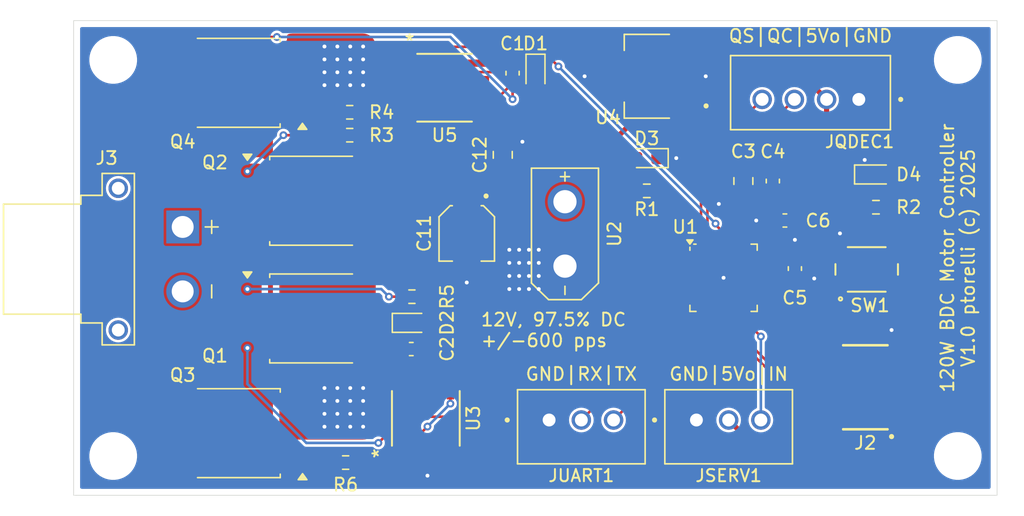
<source format=kicad_pcb>
(kicad_pcb (version 20240108) (generator "pcbnew") (generator_version "8.0")
  (layers (0 "F.Cu" signal) (31 "B.Cu" signal) (34 "B.Paste" user) (35 "F.Paste" user) (36 "B.SilkS" user "B.Silkscreen") (37 "F.SilkS" user "F.Silkscreen") (38 "B.Mask" user) (39 "F.Mask" user) (44 "Edge.Cuts" user))
  (net 0 "")
  (net 2 "TX")
  (net 3 "RX")
  (net 4 "GND")
  (net 5 "SWCLK")
  (net 6 "SWDIO")
  (net 7 "XRES")
  (net 8 "Net-(D1-K)")
  (net 9 "+12V")
  (net 10 "Net-(Q2-G)")
  (net 11 "/OUTA")
  (net 12 "/OUTB")
  (net 13 "Net-(D2-K)")
  (net 14 "Net-(Q3-G)")
  (net 15 "Net-(Q4-G)")
  (net 16 "SERVO_IN")
  (net 17 "QUAD_COUNT")
  (net 18 "QUAD_START")
  (net 20 "VCC")
  (net 21 "PWM_M2_OUT")
  (net 22 "DBG_LED")
  (net 26 "Net-(D4-A)")
  (net 39 "Net-(U5-HO)")
  (net 40 "Net-(U5-LO)")
  (net 41 "Net-(U3-HO)")
  (net 42 "Net-(U3-LO)")
  (net 44 "PWM_M1_OUT")
  (net 45 "Net-(D3-A)")
  (net 46 "Net-(U1-VCCD)")
  (net 47 "Net-(Q1-G)")
  (footprint "Capacitor_SMD:C_0603_1608Metric" (layer "F.Cu") (at 211.201 88.646 90)
    (property "Reference" "C4" (at 2.286 0.000002 180) (layer "F.SilkS"))
    (property "Value" "100N")
    (pad "1" smd roundrect (at -0.775 0 90) (size 0.9 0.95) (layers "F.Cu" "F.Paste" "F.Mask") (net 20 "VCC"))
    (pad "2" smd roundrect (at 0.775 0 90) (size 0.9 0.95) (layers "F.Cu" "F.Paste" "F.Mask") (net 4 "GND"))
  )
  (footprint "LED_SMD:LED_0603_1608Metric_Pad1.05x0.95mm_HandSolder" (layer "F.Cu") (at 201.422 86.868 180)
    (property "Reference" "D3" (at 0 1.524 0) (layer "F.SilkS"))
    (property "Value" "LED")
    (pad "1" smd roundrect (at -0.874999 0 180) (size 1.05 0.95) (layers "F.Cu" "F.Paste" "F.Mask") (net 4 "GND"))
    (pad "2" smd roundrect (at 0.874999 0 180) (size 1.05 0.95) (layers "F.Cu" "F.Paste" "F.Mask") (net 45 "Net-(D3-A)"))
  )
  (footprint "Capacitor_SMD:C_0603_1608Metric" (layer "F.Cu") (at 212.137 91.708)
    (property "Reference" "C6" (at 2.576 0.014 0) (layer "F.SilkS"))
    (property "Value" "100N")
    (pad "1" smd roundrect (at -0.775 0) (size 0.9 0.95) (layers "F.Cu" "F.Paste" "F.Mask") (net 46 "Net-(U1-VCCD)"))
    (pad "2" smd roundrect (at 0.775 0) (size 0.9 0.95) (layers "F.Cu" "F.Paste" "F.Mask") (net 4 "GND"))
  )
  (footprint "Diode_SMD:D_0603_1608Metric" (layer "F.Cu") (at 183.159501 99.651)
    (property "Reference" "D2" (at 2.760499 0 90) (layer "F.SilkS"))
    (property "Value" "1N4148")
    (pad "1" smd roundrect (at -0.787501 0) (size 0.875 0.95) (layers "F.Cu" "F.Paste" "F.Mask") (net 13 "Net-(D2-K)"))
    (pad "2" smd roundrect (at 0.787501 0) (size 0.875 0.95) (layers "F.Cu" "F.Paste" "F.Mask") (net 9 "+12V"))
  )
  (footprint "Resistor_SMD:R_0603_1608Metric_Pad0.98x0.95mm_HandSolder" (layer "F.Cu") (at 219.202 90.678)
    (property "Reference" "R2" (at 2.54 0 0) (layer "F.SilkS"))
    (property "Value" "1K0")
    (pad "1" smd roundrect (at -0.9125 0) (size 0.975 0.95) (layers "F.Cu" "F.Paste" "F.Mask") (net 20 "VCC"))
    (pad "2" smd roundrect (at 0.9125 0) (size 0.975 0.95) (layers "F.Cu" "F.Paste" "F.Mask") (net 26 "Net-(D4-A)"))
  )
  (footprint "MountingHole:MountingHole_3.2mm_M3_DIN965" (layer "F.Cu") (at 225.552 109.982)
    (property "Reference" "H4" (hide yes))
    (property "Value" "MountingHole")
    (pad "" np_thru_hole circle (at 0 0) (size 3.2 3.2) (drill 3.2) (layers "*.Cu" "*.Mask"))
  )
  (footprint "Capacitor_SMD:C_0603_1608Metric" (layer "F.Cu") (at 183.147 101.683)
    (property "Reference" "C2" (at 2.773 0 90) (layer "F.SilkS"))
    (property "Value" "1U0")
    (pad "1" smd roundrect (at -0.775 0) (size 0.9 0.95) (layers "F.Cu" "F.Paste" "F.Mask") (net 13 "Net-(D2-K)"))
    (pad "2" smd roundrect (at 0.775 0) (size 0.9 0.95) (layers "F.Cu" "F.Paste" "F.Mask") (net 11 "/OUTA"))
  )
  (footprint "Package_TO_SOT_SMD:TO-252-2" (layer "F.Cu") (at 169.672 108.208 180)
    (property "Reference" "Q3" (at 4.26 4.5 0) (layer "F.SilkS"))
    (property "Value" "IRLR7843")
    (pad "1" smd roundrect (at -5.04 -2.28 180) (size 2.2 1.2) (layers "F.Cu" "F.Paste" "F.Mask") (roundrect_rratio 0.208333) (net 14 "Net-(Q3-G)"))
    (pad "2" smd roundrect (at -0.415 -1.525 180) (size 3.05 2.75) (layers "F.Cu" "F.Paste") (roundrect_rratio 0.090909) (net 11 "/OUTA"))
    (pad "2" smd roundrect (at -0.415 1.525 180) (size 3.05 2.75) (layers "F.Cu" "F.Paste") (roundrect_rratio 0.090909) (net 11 "/OUTA"))
    (pad "2" smd roundrect (at 1.26 0 180) (size 6.4 5.8) (layers "F.Cu" "F.Mask") (roundrect_rratio 0.043103) (net 11 "/OUTA"))
    (pad "2" smd roundrect (at 2.935 -1.525 180) (size 3.05 2.75) (layers "F.Cu" "F.Paste") (roundrect_rratio 0.090909) (net 11 "/OUTA"))
    (pad "2" smd roundrect (at 2.935 1.525 180) (size 3.05 2.75) (layers "F.Cu" "F.Paste") (roundrect_rratio 0.090909) (net 11 "/OUTA"))
    (pad "3" smd roundrect (at -5.04 2.28 180) (size 2.2 1.2) (layers "F.Cu" "F.Paste" "F.Mask") (roundrect_rratio 0.208333) (net 4 "GND"))
  )
  (footprint "B3B-XH-A:JST_B3B-XH-A" (layer "F.Cu") (at 207.772 107.713 180)
    (property "Reference" "JSERV1" (at 0 -3.793 0) (layer "F.SilkS") (effects (font (size 0.944882 0.944882))))
    (property "Value" "B3B-XH-A")
    (pad "1" thru_hole rect (at 2.5 0.525 180) (size 1.508 1.508) (drill 1) (layers "*.Cu" "*.Mask") (net 4 "GND"))
    (pad "2" thru_hole circle (at 0 0.525 180) (size 1.508 1.508) (drill 1) (layers "*.Cu" "*.Mask") (net 20 "VCC"))
    (pad "3" thru_hole circle (at -2.5 0.525 180) (size 1.508 1.508) (drill 1) (layers "*.Cu" "*.Mask") (net 16 "SERVO_IN"))
  )
  (footprint "SKRPAB:SW4_SKRPABE010_ALPS" (layer "F.Cu") (at 218.483 95.504 90)
    (property "Reference" "SW1" (at -2.794 0.254 0) (layer "F.SilkS"))
    (property "Value" "SKRPABE010")
    (pad "1" smd rect (at -1.074999 -2.075 90) (size 0.6604 1.0414) (layers "F.Cu" "F.Paste" "F.Mask") (net 7 "XRES"))
    (pad "2" smd rect (at -1.074999 2.075 90) (size 0.6604 1.0414) (layers "F.Cu" "F.Paste" "F.Mask") (net 7 "XRES"))
    (pad "3" smd rect (at 1.074999 -2.075 90) (size 0.6604 1.0414) (layers "F.Cu" "F.Paste" "F.Mask") (net 4 "GND"))
    (pad "4" smd rect (at 1.074999 2.075 90) (size 0.6604 1.0414) (layers "F.Cu" "F.Paste" "F.Mask") (net 4 "GND"))
  )
  (footprint "Capacitor_SMD:C_0603_1608Metric" (layer "F.Cu") (at 191.008002 80.277 -90)
    (property "Reference" "C1" (at -2.299 0.000002 180) (layer "F.SilkS"))
    (property "Value" "1U0")
    (pad "1" smd roundrect (at -0.775 0 270) (size 0.9 0.95) (layers "F.Cu" "F.Paste" "F.Mask") (net 8 "Net-(D1-K)"))
    (pad "2" smd roundrect (at 0.775 0 270) (size 0.9 0.95) (layers "F.Cu" "F.Paste" "F.Mask") (net 12 "/OUTB"))
  )
  (footprint "FTSH-105-01-H-DV-K-TR:SAMTEC_FTSH-105-01-H-DV-K-TR" (layer "F.Cu") (at 218.377 104.648 90)
    (property "Reference" "J2" (at -4.318 0 180) (layer "F.SilkS"))
    (property "Value" "FTSH-105-01-H-DV-K-TR")
    (pad "01" smd rect (at -2.54 2.035 90) (size 0.74 2.79) (layers "F.Cu" "F.Paste" "F.Mask") (net 20 "VCC"))
    (pad "02" smd rect (at -2.54 -2.035 90) (size 0.74 2.79) (layers "F.Cu" "F.Paste" "F.Mask") (net 6 "SWDIO"))
    (pad "03" smd rect (at -1.27 2.035 90) (size 0.74 2.79) (layers "F.Cu" "F.Paste" "F.Mask") (net 4 "GND"))
    (pad "04" smd rect (at -1.27 -2.035 90) (size 0.74 2.79) (layers "F.Cu" "F.Paste" "F.Mask") (net 5 "SWCLK"))
    (pad "05" smd rect (at 0 2.035 90) (size 0.74 2.79) (layers "F.Cu" "F.Paste" "F.Mask") (net 4 "GND"))
    (pad "06" smd rect (at 0 -2.035 90) (size 0.74 2.79) (layers "F.Cu" "F.Paste" "F.Mask"))
    (pad "07" smd rect (at 1.27 2.035 90) (size 0.74 2.79) (layers "F.Cu" "F.Paste" "F.Mask") (net 4 "GND"))
    (pad "08" smd rect (at 1.27 -2.035 90) (size 0.74 2.79) (layers "F.Cu" "F.Paste" "F.Mask"))
    (pad "09" smd rect (at 2.54 2.035 90) (size 0.74 2.79) (layers "F.Cu" "F.Paste" "F.Mask") (net 4 "GND"))
    (pad "10" smd rect (at 2.54 -2.035 90) (size 0.74 2.79) (layers "F.Cu" "F.Paste" "F.Mask") (net 7 "XRES"))
  )
  (footprint "LM340MPX_5_0_NOPB:SOT230P700X180-4N" (layer "F.Cu") (at 201.422 80.518 180)
    (property "Reference" "U4" (at 3.01 -3.19 0) (layer "F.SilkS"))
    (property "Value" "LM340MPX-5.0_NOPB")
    (pad "1" smd rect (at -2.9 -2.3 180) (size 2.15 0.95) (layers "F.Cu" "F.Paste" "F.Mask") (net 9 "+12V"))
    (pad "2" smd rect (at -2.9 0 180) (size 2.15 0.95) (layers "F.Cu" "F.Paste" "F.Mask") (net 4 "GND"))
    (pad "3" smd rect (at -2.9 2.3 180) (size 2.15 0.95) (layers "F.Cu" "F.Paste" "F.Mask") (net 20 "VCC"))
    (pad "4" smd rect (at 2.9 0 180) (size 2.15 3.25) (layers "F.Cu" "F.Paste" "F.Mask") (net 4 "GND"))
  )
  (footprint "Resistor_SMD:R_0603_1608Metric" (layer "F.Cu") (at 178.054 110.49)
    (property "Reference" "R6" (at 0 1.718 0) (layer "F.SilkS"))
    (property "Value" "33R")
    (pad "1" smd roundrect (at -0.825 0) (size 0.8 0.95) (layers "F.Cu" "F.Paste" "F.Mask") (net 14 "Net-(Q3-G)"))
    (pad "2" smd roundrect (at 0.825 0) (size 0.8 0.95) (layers "F.Cu" "F.Paste" "F.Mask") (net 42 "Net-(U3-LO)"))
  )
  (footprint "B3B-XH-A:JST_B3B-XH-A" (layer "F.Cu") (at 196.342 107.713 180)
    (property "Reference" "JUART1" (at 0 -3.793 0) (layer "F.SilkS") (effects (font (size 0.944882 0.944882))))
    (property "Value" "B3B-XH-A")
    (pad "1" thru_hole rect (at 2.5 0.525 180) (size 1.508 1.508) (drill 1) (layers "*.Cu" "*.Mask") (net 4 "GND"))
    (pad "2" thru_hole circle (at 0 0.525 180) (size 1.508 1.508) (drill 1) (layers "*.Cu" "*.Mask") (net 3 "RX"))
    (pad "3" thru_hole circle (at -2.5 0.525 180) (size 1.508 1.508) (drill 1) (layers "*.Cu" "*.Mask") (net 2 "TX"))
  )
  (footprint "Resistor_SMD:R_0603_1608Metric" (layer "F.Cu") (at 178.371 83.312 180)
    (property "Reference" "R4" (at -2.477 0 0) (layer "F.SilkS"))
    (property "Value" "33R")
    (pad "1" smd roundrect (at -0.825 0 180) (size 0.8 0.95) (layers "F.Cu" "F.Paste" "F.Mask") (net 40 "Net-(U5-LO)"))
    (pad "2" smd roundrect (at 0.825 0 180) (size 0.8 0.95) (layers "F.Cu" "F.Paste" "F.Mask") (net 15 "Net-(Q4-G)"))
  )
  (footprint "B4B-XH-A:JST_B4B-XH-A" (layer "F.Cu") (at 214.122 81.788)
    (property "Reference" "JQDEC1" (at 3.81 3.81 0) (layer "F.SilkS") (effects (font (size 0.944882 0.944882))))
    (property "Value" "B4B-XH-A")
    (pad "1" thru_hole rect (at 3.75 0.525) (size 1.508 1.508) (drill 1) (layers "*.Cu" "*.Mask") (net 4 "GND"))
    (pad "2" thru_hole circle (at 1.25 0.525) (size 1.508 1.508) (drill 1) (layers "*.Cu" "*.Mask") (net 20 "VCC"))
    (pad "3" thru_hole circle (at -1.25 0.525) (size 1.508 1.508) (drill 1) (layers "*.Cu" "*.Mask") (net 17 "QUAD_COUNT"))
    (pad "4" thru_hole circle (at -3.75 0.525) (size 1.508 1.508) (drill 1) (layers "*.Cu" "*.Mask") (net 18 "QUAD_START"))
  )
  (footprint "Resistor_SMD:R_0603_1608Metric_Pad0.98x0.95mm_HandSolder" (layer "F.Cu") (at 201.422 89.408 180)
    (property "Reference" "R1" (at 0 -1.43 0) (layer "F.SilkS"))
    (property "Value" "1K0")
    (pad "1" smd roundrect (at -0.9125 0 180) (size 0.975 0.95) (layers "F.Cu" "F.Paste" "F.Mask") (net 22 "DBG_LED"))
    (pad "2" smd roundrect (at 0.9125 0 180) (size 0.975 0.95) (layers "F.Cu" "F.Paste" "F.Mask") (net 45 "Net-(D3-A)"))
  )
  (footprint "Capacitor_SMD:C_0805_2012Metric" (layer "F.Cu") (at 190.246 86.614 90)
    (property "Reference" "C12" (at 0 -1.778 -90) (layer "F.SilkS"))
    (property "Value" "10N")
    (pad "1" smd roundrect (at -0.949999 0 90) (size 1 1.45) (layers "F.Cu" "F.Paste" "F.Mask") (net 9 "+12V"))
    (pad "2" smd roundrect (at 0.949999 0 90) (size 1 1.45) (layers "F.Cu" "F.Paste" "F.Mask") (net 4 "GND"))
  )
  (footprint "Capacitor_SMD:C_0805_2012Metric" (layer "F.Cu") (at 208.915 88.646 90)
    (property "Reference" "C3" (at 2.3 0 180) (layer "F.SilkS"))
    (property "Value" "1U0")
    (pad "1" smd roundrect (at -0.95 0 90) (size 1 1.45) (layers "F.Cu" "F.Paste" "F.Mask") (net 20 "VCC"))
    (pad "2" smd roundrect (at 0.95 0 90) (size 1 1.45) (layers "F.Cu" "F.Paste" "F.Mask") (net 4 "GND"))
  )
  (footprint "Capacitor_SMD:C_0603_1608Metric" (layer "F.Cu") (at 212.912 95.437999 -90)
    (property "Reference" "C5" (at 2.270001 0 0) (layer "F.SilkS"))
    (property "Value" "100N")
    (pad "1" smd roundrect (at -0.775 0 270) (size 0.9 0.95) (layers "F.Cu" "F.Paste" "F.Mask") (net 7 "XRES"))
    (pad "2" smd roundrect (at 0.775 0 270) (size 0.9 0.95) (layers "F.Cu" "F.Paste" "F.Mask") (net 4 "GND"))
  )
  (footprint "Resistor_SMD:R_0603_1608Metric" (layer "F.Cu") (at 183.197 97.619)
    (property "Reference" "R5" (at 2.723 0 90) (layer "F.SilkS"))
    (property "Value" "33R")
    (pad "1" smd roundrect (at -0.825 0) (size 0.8 0.95) (layers "F.Cu" "F.Paste" "F.Mask") (net 47 "Net-(Q1-G)"))
    (pad "2" smd roundrect (at 0.825 0) (size 0.8 0.95) (layers "F.Cu" "F.Paste" "F.Mask") (net 41 "Net-(U3-HO)"))
  )
  (footprint "LED_SMD:LED_0603_1608Metric_Pad1.05x0.95mm_HandSolder" (layer "F.Cu") (at 219.202 88.138)
    (property "Reference" "D4" (at 2.54 0 0) (layer "F.SilkS"))
    (property "Value" "LED")
    (pad "1" smd roundrect (at -0.874999 0) (size 1.05 0.95) (layers "F.Cu" "F.Paste" "F.Mask") (net 4 "GND"))
    (pad "2" smd roundrect (at 0.874999 0) (size 1.05 0.95) (layers "F.Cu" "F.Paste" "F.Mask") (net 26 "Net-(D4-A)"))
  )
  (footprint "865230340001:CAP_865230340001" (layer "F.Cu") (at 187.452 92.71 -90)
    (property "Reference" "C11" (at 0 3.302 90) (layer "F.SilkS"))
    (property "Value" "10U")
    (pad "1" smd rect (at -1.8 0 270) (size 2.6 1.6) (layers "F.Cu" "F.Paste" "F.Mask") (net 9 "+12V"))
    (pad "2" smd rect (at 1.8 0 270) (size 2.6 1.6) (layers "F.Cu" "F.Paste" "F.Mask") (net 4 "GND"))
  )
  (footprint "MountingHole:MountingHole_3.2mm_M3_DIN965" (layer "F.Cu") (at 225.552 79.248 180)
    (property "Reference" "H3" (hide yes))
    (property "Value" "MountingHole")
    (pad "" np_thru_hole circle (at 0 0 180) (size 3.2 3.2) (drill 3.2) (layers "*.Cu" "*.Mask"))
  )
  (footprint "Package_DFN_QFN:VQFN-32-1EP_5x5mm_P0.5mm_EP3.5x3.5mm" (layer "F.Cu") (at 207.377 96.153)
    (property "Reference" "U1" (at -2.965 -3.945 0) (layer "F.SilkS"))
    (property "Value" "CY8C4146LQI-S422")
    (pad "1" smd roundrect (at -2.45 -1.749999) (size 0.8 0.25) (layers "F.Cu" "F.Paste" "F.Mask") (net 22 "DBG_LED"))
    (pad "2" smd roundrect (at -2.45 -1.25) (size 0.8 0.25) (layers "F.Cu" "F.Paste" "F.Mask") (net 44 "PWM_M1_OUT"))
    (pad "3" smd roundrect (at -2.450001 -0.75) (size 0.8 0.25) (layers "F.Cu" "F.Paste" "F.Mask"))
    (pad "4" smd roundrect (at -2.45 -0.25) (size 0.8 0.25) (layers "F.Cu" "F.Paste" "F.Mask"))
    (pad "5" smd roundrect (at -2.45 0.25) (size 0.8 0.25) (layers "F.Cu" "F.Paste" "F.Mask"))
    (pad "6" smd roundrect (at -2.450001 0.75) (size 0.8 0.25) (layers "F.Cu" "F.Paste" "F.Mask"))
    (pad "7" smd roundrect (at -2.45 1.25) (size 0.8 0.25) (layers "F.Cu" "F.Paste" "F.Mask"))
    (pad "8" smd roundrect (at -2.45 1.749999) (size 0.8 0.25) (layers "F.Cu" "F.Paste" "F.Mask"))
    (pad "9" smd roundrect (at -1.749999 2.45) (size 0.25 0.8) (layers "F.Cu" "F.Paste" "F.Mask") (net 3 "RX"))
    (pad "10" smd roundrect (at -1.25 2.45) (size 0.25 0.8) (layers "F.Cu" "F.Paste" "F.Mask") (net 2 "TX"))
    (pad "11" smd roundrect (at -0.75 2.450001) (size 0.25 0.8) (layers "F.Cu" "F.Paste" "F.Mask") (net 6 "SWDIO"))
    (pad "12" smd roundrect (at -0.25 2.45) (size 0.25 0.8) (layers "F.Cu" "F.Paste" "F.Mask") (net 5 "SWCLK"))
    (pad "13" smd roundrect (at 0.25 2.45) (size 0.25 0.8) (layers "F.Cu" "F.Paste" "F.Mask"))
    (pad "14" smd roundrect (at 0.75 2.450001) (size 0.25 0.8) (layers "F.Cu" "F.Paste" "F.Mask"))
    (pad "15" smd roundrect (at 1.25 2.45) (size 0.25 0.8) (layers "F.Cu" "F.Paste" "F.Mask"))
    (pad "16" smd roundrect (at 1.749999 2.45) (size 0.25 0.8) (layers "F.Cu" "F.Paste" "F.Mask"))
    (pad "17" smd roundrect (at 2.45 1.749999) (size 0.8 0.25) (layers "F.Cu" "F.Paste" "F.Mask") (net 16 "SERVO_IN"))
    (pad "18" smd roundrect (at 2.45 1.25) (size 0.8 0.25) (layers "F.Cu" "F.Paste" "F.Mask"))
    (pad "19" smd roundrect (at 2.450001 0.75) (size 0.8 0.25) (layers "F.Cu" "F.Paste" "F.Mask"))
    (pad "20" smd roundrect (at 2.45 0.25) (size 0.8 0.25) (layers "F.Cu" "F.Paste" "F.Mask"))
    (pad "21" smd roundrect (at 2.45 -0.25) (size 0.8 0.25) (layers "F.Cu" "F.Paste" "F.Mask"))
    (pad "22" smd roundrect (at 2.450001 -0.75) (size 0.8 0.25) (layers "F.Cu" "F.Paste" "F.Mask"))
    (pad "23" smd roundrect (at 2.45 -1.25) (size 0.8 0.25) (layers "F.Cu" "F.Paste" "F.Mask"))
    (pad "24" smd roundrect (at 2.45 -1.749999) (size 0.8 0.25) (layers "F.Cu" "F.Paste" "F.Mask") (net 7 "XRES"))
    (pad "25" smd roundrect (at 1.749999 -2.45) (size 0.25 0.8) (layers "F.Cu" "F.Paste" "F.Mask") (net 46 "Net-(U1-VCCD)"))
    (pad "26" smd roundrect (at 1.25 -2.45) (size 0.25 0.8) (layers "F.Cu" "F.Paste" "F.Mask") (net 4 "GND"))
    (pad "27" smd roundrect (at 0.75 -2.450001) (size 0.25 0.8) (layers "F.Cu" "F.Paste" "F.Mask") (net 20 "VCC"))
    (pad "28" smd roundrect (at 0.25 -2.45) (size 0.25 0.8) (layers "F.Cu" "F.Paste" "F.Mask") (net 4 "GND"))
    (pad "29" smd roundrect (at -0.25 -2.45) (size 0.25 0.8) (layers "F.Cu" "F.Paste" "F.Mask") (net 21 "PWM_M2_OUT"))
    (pad "30" smd roundrect (at -0.75 -2.450001) (size 0.25 0.8) (layers "F.Cu" "F.Paste" "F.Mask"))
    (pad "31" smd roundrect (at -1.25 -2.45) (size 0.25 0.8) (layers "F.Cu" "F.Paste" "F.Mask") (net 17 "QUAD_COUNT"))
    (pad "32" smd roundrect (at -1.749999 -2.45) (size 0.25 0.8) (layers "F.Cu" "F.Paste" "F.Mask") (net 18 "QUAD_START"))
    (pad "33" smd rect (at 0 0) (size 3.5 3.5) (property pad_prop_heatsink) (layers "F.Cu" "F.Mask"))
  )
  (footprint "XT30UPB-M:XT30UPB-M" (layer "F.Cu") (at 195.072 92.75 -90)
    (property "Reference" "U2" (at 0 -3.84 90) (layer "F.SilkS"))
    (property "Value" "XT30UPB-M")
    (pad "P$1" thru_hole circle (at -2.5 0 270) (size 2.7 2.7) (drill 1.8) (layers "*.Cu" "*.Mask") (net 9 "+12V"))
    (pad "P$2" thru_hole circle (at 2.5 0 270) (size 2.7 2.7) (drill 1.8) (layers "*.Cu" "*.Mask") (net 4 "GND"))
  )
  (footprint "Package_TO_SOT_SMD:TO-252-2" (layer "F.Cu") (at 175.474 90.176)
    (property "Reference" "Q2" (at -7.562 -2.968 0) (layer "F.SilkS"))
    (property "Value" "IRLR7843")
    (pad "1" smd roundrect (at -5.04 -2.28) (size 2.2 1.2) (layers "F.Cu" "F.Paste" "F.Mask") (roundrect_rratio 0.208333) (net 10 "Net-(Q2-G)"))
    (pad "2" smd roundrect (at -0.415 -1.525) (size 3.05 2.75) (layers "F.Cu" "F.Paste") (roundrect_rratio 0.090909) (net 9 "+12V"))
    (pad "2" smd roundrect (at -0.415 1.525) (size 3.05 2.75) (layers "F.Cu" "F.Paste") (roundrect_rratio 0.090909) (net 9 "+12V"))
    (pad "2" smd roundrect (at 1.26 0) (size 6.4 5.8) (layers "F.Cu" "F.Mask") (roundrect_rratio 0.043103) (net 9 "+12V"))
    (pad "2" smd roundrect (at 2.935 -1.525) (size 3.05 2.75) (layers "F.Cu" "F.Paste") (roundrect_rratio 0.090909) (net 9 "+12V"))
    (pad "2" smd roundrect (at 2.935 1.525) (size 3.05 2.75) (layers "F.Cu" "F.Paste") (roundrect_rratio 0.090909) (net 9 "+12V"))
    (pad "3" smd roundrect (at -5.04 2.28) (size 2.2 1.2) (layers "F.Cu" "F.Paste" "F.Mask") (roundrect_rratio 0.208333) (net 12 "/OUTB"))
  )
  (footprint "Diode_SMD:D_0603_1608Metric" (layer "F.Cu") (at 192.786 80.289501 -90)
    (property "Reference" "D1" (at -2.311501 0 180) (layer "F.SilkS"))
    (property "Value" "1N4148")
    (pad "1" smd roundrect (at -0.787501 0 270) (size 0.875 0.95) (layers "F.Cu" "F.Paste" "F.Mask") (net 8 "Net-(D1-K)"))
    (pad "2" smd roundrect (at 0.787501 0 270) (size 0.875 0.95) (layers "F.Cu" "F.Paste" "F.Mask") (net 9 "+12V"))
  )
  (footprint "Resistor_SMD:R_0603_1608Metric" (layer "F.Cu") (at 178.371 85.09 180)
    (property "Reference" "R3" (at -2.477 0 0) (layer "F.SilkS"))
    (property "Value" "33R")
    (pad "1" smd roundrect (at -0.825 0 180) (size 0.8 0.95) (layers "F.Cu" "F.Paste" "F.Mask") (net 39 "Net-(U5-HO)"))
    (pad "2" smd roundrect (at 0.825 0 180) (size 0.8 0.95) (layers "F.Cu" "F.Paste" "F.Mask") (net 10 "Net-(Q2-G)"))
  )
  (footprint "IR2184STRPBF:SOIC8_INF" (layer "F.Cu") (at 185.73 81.407)
    (property "Reference" "U5" (at 0 3.683 0) (layer "F.SilkS"))
    (property "Value" "IR2184S")
    (property "VALUE" "IR2184S" (hide yes))
    (fp_text user "*" (at -2.7178 -3.6068 0) (layer "F.SilkS"))
    (pad "1" smd rect (at -2.4638 -1.905) (size 1.9812 0.5588) (layers "F.Cu" "F.Paste" "F.Mask") (net 21 "PWM_M2_OUT"))
    (pad "2" smd rect (at -2.4638 -0.635) (size 1.9812 0.5588) (layers "F.Cu" "F.Paste" "F.Mask") (net 9 "+12V"))
    (pad "3" smd rect (at -2.4638 0.635) (size 1.9812 0.5588) (layers "F.Cu" "F.Paste" "F.Mask") (net 4 "GND"))
    (pad "4" smd rect (at -2.4638 1.905) (size 1.9812 0.5588) (layers "F.Cu" "F.Paste" "F.Mask") (net 40 "Net-(U5-LO)"))
    (pad "5" smd rect (at 2.4638 1.905) (size 1.9812 0.5588) (layers "F.Cu" "F.Paste" "F.Mask") (net 9 "+12V"))
    (pad "6" smd rect (at 2.4638 0.635) (size 1.9812 0.5588) (layers "F.Cu" "F.Paste" "F.Mask") (net 12 "/OUTB"))
    (pad "7" smd rect (at 2.4638 -0.635) (size 1.9812 0.5588) (layers "F.Cu" "F.Paste" "F.Mask") (net 39 "Net-(U5-HO)"))
    (pad "8" smd rect (at 2.4638 -1.905) (size 1.9812 0.5588) (layers "F.Cu" "F.Paste" "F.Mask") (net 8 "Net-(D1-K)"))
  )
  (footprint "MountingHole:MountingHole_3.2mm_M3_DIN965" (layer "F.Cu") (at 160.02 109.982)
    (property "Reference" "H2" (hide yes))
    (property "Value" "MountingHole")
    (pad "" np_thru_hole circle (at 0 0) (size 3.2 3.2) (drill 3.2) (layers "*.Cu" "*.Mask"))
  )
  (footprint "IR2184STRPBF:SOIC8_INF" (layer "F.Cu") (at 184.277 107.061 90)
    (property "Reference" "U3" (at 0 3.683 90) (layer "F.SilkS"))
    (property "Value" "IR2184S")
    (property "VALUE" "IR2184S" (hide yes))
    (fp_text user "*" (at -2.7178 -3.6068 90) (layer "F.SilkS"))
    (pad "1" smd rect (at -2.4638 -1.905 90) (size 1.9812 0.5588) (layers "F.Cu" "F.Paste" "F.Mask") (net 44 "PWM_M1_OUT"))
    (pad "2" smd rect (at -2.4638 -0.635 90) (size 1.9812 0.5588) (layers "F.Cu" "F.Paste" "F.Mask") (net 9 "+12V"))
    (pad "3" smd rect (at -2.4638 0.635 90) (size 1.9812 0.5588) (layers "F.Cu" "F.Paste" "F.Mask") (net 4 "GND"))
    (pad "4" smd rect (at -2.4638 1.905 90) (size 1.9812 0.5588) (layers "F.Cu" "F.Paste" "F.Mask") (net 42 "Net-(U3-LO)"))
    (pad "5" smd rect (at 2.4638 1.905 90) (size 1.9812 0.5588) (layers "F.Cu" "F.Paste" "F.Mask") (net 9 "+12V"))
    (pad "6" smd rect (at 2.4638 0.635 90) (size 1.9812 0.5588) (layers "F.Cu" "F.Paste" "F.Mask") (net 11 "/OUTA"))
    (pad "7" smd rect (at 2.4638 -0.635 90) (size 1.9812 0.5588) (layers "F.Cu" "F.Paste" "F.Mask") (net 41 "Net-(U3-HO)"))
    (pad "8" smd rect (at 2.4638 -1.905 90) (size 1.9812 0.5588) (layers "F.Cu" "F.Paste" "F.Mask") (net 13 "Net-(D2-K)"))
  )
  (footprint "MountingHole:MountingHole_3.2mm_M3_DIN965" (layer "F.Cu") (at 160.02 79.248 180)
    (property "Reference" "H1" (hide yes))
    (property "Value" "MountingHole")
    (pad "" np_thru_hole circle (at 0 0 180) (size 3.2 3.2) (drill 3.2) (layers "*.Cu" "*.Mask"))
  )
  (footprint "XT30PW-F:AMASS_XT30PW-F" (layer "F.Cu") (at 160.412 94.708 90)
    (property "Reference" "J3" (at 7.84 -0.9 180) (layer "F.SilkS"))
    (property "Value" "XT30PW-F")
    (pad "N" thru_hole circle (at -2.5 5 90) (size 2.55 2.55) (drill 1.7) (layers "*.Cu" "*.Mask") (net 11 "/OUTA"))
    (pad "P" thru_hole rect (at 2.5 5 90) (size 2.55 2.55) (drill 1.7) (layers "*.Cu" "*.Mask") (net 12 "/OUTB"))
    (pad "S1" thru_hole circle (at 5.5 0 90) (size 1.508 1.508) (drill 1) (layers "*.Cu" "*.Mask"))
    (pad "S2" thru_hole circle (at -5.5 0 90) (size 1.508 1.508) (drill 1) (layers "*.Cu" "*.Mask"))
  )
  (footprint "Package_TO_SOT_SMD:TO-252-2" (layer "F.Cu") (at 175.474 99.308)
    (property "Reference" "Q1" (at -7.562 2.9 0) (layer "F.SilkS"))
    (property "Value" "IRLR7843")
    (pad "1" smd roundrect (at -5.04 -2.28) (size 2.2 1.2) (layers "F.Cu" "F.Paste" "F.Mask") (roundrect_rratio 0.208333) (net 47 "Net-(Q1-G)"))
    (pad "2" smd roundrect (at -0.415 -1.525) (size 3.05 2.75) (layers "F.Cu" "F.Paste") (roundrect_rratio 0.090909) (net 9 "+12V"))
    (pad "2" smd roundrect (at -0.415 1.525) (size 3.05 2.75) (layers "F.Cu" "F.Paste") (roundrect_rratio 0.090909) (net 9 "+12V"))
    (pad "2" smd roundrect (at 1.26 0) (size 6.4 5.8) (layers "F.Cu" "F.Mask") (roundrect_rratio 0.043103) (net 9 "+12V"))
    (pad "2" smd roundrect (at 2.935 -1.525) (size 3.05 2.75) (layers "F.Cu" "F.Paste") (roundrect_rratio 0.090909) (net 9 "+12V"))
    (pad "2" smd roundrect (at 2.935 1.525) (size 3.05 2.75) (layers "F.Cu" "F.Paste") (roundrect_rratio 0.090909) (net 9 "+12V"))
    (pad "3" smd roundrect (at -5.04 2.28) (size 2.2 1.2) (layers "F.Cu" "F.Paste" "F.Mask") (roundrect_rratio 0.208333) (net 11 "/OUTA"))
  )
  (footprint "Package_TO_SOT_SMD:TO-252-2" (layer "F.Cu") (at 169.662 81.026 180)
    (property "Reference" "Q4" (at 4.25 -4.572 0) (layer "F.SilkS"))
    (property "Value" "IRLR7843")
    (pad "1" smd roundrect (at -5.04 -2.28 180) (size 2.2 1.2) (layers "F.Cu" "F.Paste" "F.Mask") (roundrect_rratio 0.208333) (net 15 "Net-(Q4-G)"))
    (pad "2" smd roundrect (at -0.415 -1.525 180) (size 3.05 2.75) (layers "F.Cu" "F.Paste") (roundrect_rratio 0.090909) (net 12 "/OUTB"))
    (pad "2" smd roundrect (at -0.415 1.525 180) (size 3.05 2.75) (layers "F.Cu" "F.Paste") (roundrect_rratio 0.090909) (net 12 "/OUTB"))
    (pad "2" smd roundrect (at 1.26 0 180) (size 6.4 5.8) (layers "F.Cu" "F.Mask") (roundrect_rratio 0.043103) (net 12 "/OUTB"))
    (pad "2" smd roundrect (at 2.935 -1.525 180) (size 3.05 2.75) (layers "F.Cu" "F.Paste") (roundrect_rratio 0.090909) (net 12 "/OUTB"))
    (pad "2" smd roundrect (at 2.935 1.525 180) (size 3.05 2.75) (layers "F.Cu" "F.Paste") (roundrect_rratio 0.090909) (net 12 "/OUTB"))
    (pad "3" smd roundrect (at -5.04 2.28 180) (size 2.2 1.2) (layers "F.Cu" "F.Paste" "F.Mask") (roundrect_rratio 0.208333) (net 4 "GND"))
  )
  (gr_rect (start 156.952 76.2) (end 228.6 113.03) (stroke (width 0.05)) (fill none) (layer "Edge.Cuts"))
  (gr_text "120W BDC Motor Controller\nV1.0 ptorelli (c) 2025" (at 225.552 94.615 90) (layer "F.SilkS") (effects (font (size 1 1))))
  (gr_text "12V, 97.5% DC\n+/-600 pps" (at 188.468 101.6 0) (layer "F.SilkS") (effects (font (size 1 1)) (justify left bottom)))
  (gr_text "GND|5Vo|IN" (at 207.772 104.208 0) (layer "F.SilkS") (effects (font (size 1 1)) (justify bottom)))
  (gr_text "QS|QC|5Vo|GND" (at 214.122 77.978 0) (layer "F.SilkS") (effects (font (size 1 1)) (justify bottom)))
  (gr_text "GND|RX|TX" (at 196.342 104.208 0) (layer "F.SilkS") (effects (font (size 1 1)) (justify bottom)))
  (segment (start 198.842 107.188) (end 206.127 99.903) (width 0.2) (layer "F.Cu") (net 2))
  (segment (start 206.127 99.903) (end 206.127 98.603) (width 0.2) (layer "F.Cu") (net 2))
  (segment (start 196.342 107.188) (end 204.927 98.603) (width 0.2) (layer "F.Cu") (net 3))
  (segment (start 204.927 98.603) (end 205.627001 98.603) (width 0.2) (layer "F.Cu") (net 3))
  (segment (start 218.327001 88.138) (end 218.327001 87.009001) (width 0.2) (layer "F.Cu") (net 4))
  (segment (start 198.522 80.518) (end 196.596 80.518) (width 0.4) (layer "F.Cu") (net 4))
  (segment (start 208.627 92.993) (end 208.627 93.703) (width 0.2) (layer "F.Cu") (net 4))
  (segment (start 216.408 94.429001) (end 216.408 92.71) (width 0.2) (layer "F.Cu") (net 4))
  (segment (start 220.412 103.378) (end 220.412 102.108) (width 0.4) (layer "F.Cu") (net 4))
  (segment (start 220.412 105.918) (end 220.412 104.648) (width 0.4) (layer "F.Cu") (net 4))
  (segment (start 207.627 93.703) (end 207.627 91.041) (width 0.2) (layer "F.Cu") (net 4))
  (segment (start 207.627 91.041) (end 207.01 90.424) (width 0.2) (layer "F.Cu") (net 4))
  (segment (start 191.703999 85.664001) (end 191.77 85.598) (width 0.2) (layer "F.Cu") (net 4))
  (segment (start 202.296999 86.868) (end 203.708 86.868) (width 0.2) (layer "F.Cu") (net 4))
  (segment (start 204.322 80.518) (end 205.994 80.518) (width 0.4) (layer "F.Cu") (net 4))
  (segment (start 181.246 82.042) (end 179.412 80.208) (width 0.2) (layer "F.Cu") (net 4))
  (segment (start 208.915 87.696) (end 211.026 87.696) (width 0.2) (layer "F.Cu") (net 4))
  (segment (start 184.912 110.998) (end 184.404 111.506) (width 0.2) (layer "F.Cu") (net 4))
  (segment (start 190.246 85.664001) (end 191.703999 85.664001) (width 0.2) (layer "F.Cu") (net 4))
  (segment (start 207.01 89.601) (end 207.01 90.424) (width 0.2) (layer "F.Cu") (net 4))
  (segment (start 214.407001 96.212999) (end 214.412 96.208) (width 0.2) (layer "F.Cu") (net 4))
  (segment (start 209.912 91.708) (end 208.627 92.993) (width 0.2) (layer "F.Cu") (net 4))
  (segment (start 220.412 104.648) (end 220.412 103.378) (width 0.4) (layer "F.Cu") (net 4))
  (segment (start 212.912 96.212999) (end 214.407001 96.212999) (width 0.2) (layer "F.Cu") (net 4))
  (segment (start 187.452 94.51) (end 187.452 96.52) (width 0.4) (layer "F.Cu") (net 4))
  (segment (start 216.322 94.488) (end 220.472 94.488) (width 0.2) (layer "F.Cu") (net 4))
  (segment (start 220.412 102.108) (end 220.412 100.208) (width 0.4) (layer "F.Cu") (net 4))
  (segment (start 212.912 91.708) (end 212.912 93.208) (width 0.2) (layer "F.Cu") (net 4))
  (segment (start 182.88 82.042) (end 181.246 82.042) (width 0.2) (layer "F.Cu") (net 4))
  (segment (start 208.915 87.696) (end 207.01 89.601) (width 0.2) (layer "F.Cu") (net 4))
  (segment (start 211.026 87.696) (end 211.201 87.871) (width 0.2) (layer "F.Cu") (net 4))
  (segment (start 184.912 109.5248) (end 184.912 110.998) (width 0.2) (layer "F.Cu") (net 4))
  (via (at 209.912 91.708) (size 0.6) (drill 0.3) (layers "F.Cu" "B.Cu") (net 4))
  (via (at 212.912 93.208) (size 0.6) (drill 0.3) (layers "F.Cu" "B.Cu") (net 4))
  (via (at 192.278 96.012) (size 0.6) (drill 0.3) (layers "F.Cu" "B.Cu") (net 4))
  (via (at 191.77 85.598) (size 0.6) (drill 0.3) (layers "F.Cu" "B.Cu") (net 4))
  (via (at 177.412 104.708) (size 0.6) (drill 0.3) (layers "F.Cu" "B.Cu") (net 4))
  (via (at 193.04 97.028) (size 0.6) (drill 0.3) (layers "F.Cu" "B.Cu") (net 4))
  (via (at 179.412 79.208) (size 0.6) (drill 0.3) (layers "F.Cu" "B.Cu") (net 4))
  (via (at 214.412 96.208) (size 0.6) (drill 0.3) (layers "F.Cu" "B.Cu") (net 4))
  (via (at 191.516 97.028) (size 0.6) (drill 0.3) (layers "F.Cu" "B.Cu") (net 4))
  (via (at 179.412 106.708) (size 0.6) (drill 0.3) (layers "F.Cu" "B.Cu") (net 4))
  (via (at 176.412 79.208) (size 0.6) (drill 0.3) (layers "F.Cu" "B.Cu") (net 4))
  (via (at 216.408 92.71) (size 0.6) (drill 0.3) (layers "F.Cu" "B.Cu") (net 4))
  (via (at 193.04 96.012) (size 0.6) (drill 0.3) (layers "F.Cu" "B.Cu") (net 4))
  (via (at 190.754 97.028) (size 0.6) (drill 0.3) (layers "F.Cu" "B.Cu") (net 4))
  (via (at 178.412 107.708) (size 0.6) (drill 0.3) (layers "F.Cu" "B.Cu") (net 4))
  (via (at 177.412 107.708) (size 0.6) (drill 0.3) (layers "F.Cu" "B.Cu") (net 4))
  (via (at 177.412 78.208) (size 0.6) (drill 0.3) (layers "F.Cu" "B.Cu") (net 4))
  (via (at 192.278 94.996) (size 0.6) (drill 0.3) (layers "F.Cu" "B.Cu") (net 4))
  (via (at 176.412 80.208) (size 0.6) (drill 0.3) (layers "F.Cu" "B.Cu") (net 4))
  (via (at 176.412 105.708) (size 0.6) (drill 0.3) (layers "F.Cu" "B.Cu") (net 4))
  (via (at 196.596 80.518) (size 0.6) (drill 0.3) (layers "F.Cu" "B.Cu") (net 4))
  (via (at 190.754 96.012) (size 0.6) (drill 0.3) (layers "F.Cu" "B.Cu") (net 4))
  (via (at 179.412 104.708) (size 0.6) (drill 0.3) (layers "F.Cu" "B.Cu") (net 4))
  (via (at 192.278 93.98) (size 0.6) (drill 0.3) (layers "F.Cu" "B.Cu") (net 4))
  (via (at 207.01 90.424) (size 0.6) (drill 0.3) (layers "F.Cu" "B.Cu") (net 4))
  (via (at 177.412 81.208) (size 0.6) (drill 0.3) (layers "F.Cu" "B.Cu") (net 4))
  (via (at 191.516 93.98) (size 0.6) (drill 0.3) (layers "F.Cu" "B.Cu") (net 4))
  (via (at 191.516 96.012) (size 0.6) (drill 0.3) (layers "F.Cu" "B.Cu") (net 4))
  (via (at 177.412 79.208) (size 0.6) (drill 0.3) (layers "F.Cu" "B.Cu") (net 4))
  (via (at 193.04 94.996) (size 0.6) (drill 0.3) (layers "F.Cu" "B.Cu") (net 4))
  (via (at 193.04 93.98) (size 0.6) (drill 0.3) (layers "F.Cu" "B.Cu") (net 4))
  (via (at 176.412 104.708) (size 0.6) (drill 0.3) (layers "F.Cu" "B.Cu") (net 4))
  (via (at 179.412 78.208) (size 0.6) (drill 0.3) (layers "F.Cu" "B.Cu") (net 4))
  (via (at 218.327001 87.009001) (size 0.6) (drill 0.3) (layers "F.Cu" "B.Cu") (net 4))
  (via (at 220.412 100.208) (size 0.6) (drill 0.3) (layers "F.Cu" "B.Cu") (net 4))
  (via (at 176.412 78.208) (size 0.6) (drill 0.3) (layers "F.Cu" "B.Cu") (net 4))
  (via (at 207.377 96.153) (size 0.6) (drill 0.3) (layers "F.Cu" "B.Cu") (net 4))
  (via (at 179.412 80.208) (size 0.6) (drill 0.3) (layers "F.Cu" "B.Cu") (net 4))
  (via (at 178.412 104.708) (size 0.6) (drill 0.3) (layers "F.Cu" "B.Cu") (net 4))
  (via (at 203.708 86.868) (size 0.6) (drill 0.3) (layers "F.Cu" "B.Cu") (net 4))
  (via (at 179.412 107.708) (size 0.6) (drill 0.3) (layers "F.Cu" "B.Cu") (net 4))
  (via (at 184.404 111.506) (size 0.6) (drill 0.3) (layers "F.Cu" "B.Cu") (net 4))
  (via (at 178.412 81.208) (size 0.6) (drill 0.3) (layers "F.Cu" "B.Cu") (net 4))
  (via (at 178.412 105.708) (size 0.6) (drill 0.3) (layers "F.Cu" "B.Cu") (net 4))
  (via (at 190.754 93.98) (size 0.6) (drill 0.3) (layers "F.Cu" "B.Cu") (net 4))
  (via (at 178.412 79.208) (size 0.6) (drill 0.3) (layers "F.Cu" "B.Cu") (net 4))
  (via (at 176.412 81.208) (size 0.6) (drill 0.3) (layers "F.Cu" "B.Cu") (net 4))
  (via (at 179.412 81.208) (size 0.6) (drill 0.3) (layers "F.Cu" "B.Cu") (net 4))
  (via (at 176.412 107.708) (size 0.6) (drill 0.3) (layers "F.Cu" "B.Cu") (net 4))
  (via (at 178.412 106.708) (size 0.6) (drill 0.3) (layers "F.Cu" "B.Cu") (net 4))
  (via (at 177.412 80.208) (size 0.6) (drill 0.3) (layers "F.Cu" "B.Cu") (net 4))
  (via (at 205.994 80.518) (size 0.6) (drill 0.3) (layers "F.Cu" "B.Cu") (net 4))
  (via (at 191.516 94.996) (size 0.6) (drill 0.3) (layers "F.Cu" "B.Cu") (net 4))
  (via (at 187.452 96.52) (size 0.6) (drill 0.3) (layers "F.Cu" "B.Cu") (net 4))
  (via (at 190.754 94.996) (size 0.6) (drill 0.3) (layers "F.Cu" "B.Cu") (net 4))
  (via (at 178.412 78.208) (size 0.6) (drill 0.3) (layers "F.Cu" "B.Cu") (net 4))
  (via (at 177.412 106.708) (size 0.6) (drill 0.3) (layers "F.Cu" "B.Cu") (net 4))
  (via (at 178.412 80.208) (size 0.6) (drill 0.3) (layers "F.Cu" "B.Cu") (net 4))
  (via (at 179.412 105.708) (size 0.6) (drill 0.3) (layers "F.Cu" "B.Cu") (net 4))
  (via (at 176.412 106.708) (size 0.6) (drill 0.3) (layers "F.Cu" "B.Cu") (net 4))
  (via (at 192.278 97.028) (size 0.6) (drill 0.3) (layers "F.Cu" "B.Cu") (net 4))
  (via (at 177.412 105.708) (size 0.6) (drill 0.3) (layers "F.Cu" "B.Cu") (net 4))
  (segment (start 213.858112 105.748498) (end 207.127 99.017386) (width 0.2) (layer "F.Cu") (net 5))
  (segment (start 207.127 99.017386) (end 207.127 98.603) (width 0.2) (layer "F.Cu") (net 5))
  (segment (start 216.319 105.748498) (end 213.858112 105.748498) (width 0.2) (layer "F.Cu") (net 5))
  (segment (start 214.562426 107.018498) (end 206.627 99.083072) (width 0.2) (layer "F.Cu") (net 6))
  (segment (start 216.319 107.018498) (end 214.562426 107.018498) (width 0.2) (layer "F.Cu") (net 6))
  (segment (start 206.627 99.083072) (end 206.627 98.603001) (width 0.2) (layer "F.Cu") (net 6))
  (segment (start 216.408 102.105) (end 216.405 102.108) (width 0.2) (layer "F.Cu") (net 7))
  (segment (start 209.827 94.403001) (end 212.652002 94.403001) (width 0.2) (layer "F.Cu") (net 7))
  (segment (start 212.912 94.662999) (end 214.492 94.662999) (width 0.2) (layer "F.Cu") (net 7))
  (segment (start 216.408 96.578999) (end 216.408 102.105) (width 0.2) (layer "F.Cu") (net 7))
  (segment (start 214.492 94.662999) (end 216.408 96.578999) (width 0.2) (layer "F.Cu") (net 7))
  (segment (start 212.652002 94.403001) (end 212.912 94.662999) (width 0.2) (layer "F.Cu") (net 7))
  (segment (start 216.408 96.578999) (end 220.558 96.578999) (width 0.2) (layer "F.Cu") (net 7))
  (segment (start 188.58 79.502) (end 191.008002 79.502) (width 0.2) (layer "F.Cu") (net 8))
  (segment (start 191.008002 79.502) (end 192.786 79.502) (width 0.2) (layer "F.Cu") (net 8))
  (segment (start 191.516 83.312) (end 188.1938 83.312) (width 0.2) (layer "F.Cu") (net 9))
  (segment (start 183.8456 80.1926) (end 190.3966 80.1926) (width 0.2) (layer "F.Cu") (net 9))
  (segment (start 190.456 80.252) (end 191.960998 80.252) (width 0.2) (layer "F.Cu") (net 9))
  (segment (start 190.3966 80.1926) (end 190.456 80.252) (width 0.2) (layer "F.Cu") (net 9))
  (segment (start 183.2662 80.772) (end 183.8456 80.1926) (width 0.2) (layer "F.Cu") (net 9))
  (segment (start 184.404 107.696) (end 183.642 108.458) (width 0.2) (layer "F.Cu") (net 9))
  (segment (start 188.1938 85.511799) (end 190.246 87.563999) (width 0.2) (layer "F.Cu") (net 9))
  (segment (start 195.072 89.298) (end 195.072 90.25) (width 0.4) (layer "F.Cu") (net 9))
  (segment (start 188.1938 83.312) (end 188.1938 85.511799) (width 0.2) (layer "F.Cu") (net 9))
  (segment (start 192.786 81.077002) (end 192.786 82.042) (width 0.2) (layer "F.Cu") (net 9))
  (segment (start 201.552 82.818) (end 195.072 89.298) (width 0.4) (layer "F.Cu") (net 9))
  (segment (start 183.947002 99.651) (end 186.182 101.885998) (width 0.2) (layer "F.Cu") (net 9))
  (segment (start 183.947002 99.651) (end 184.722 98.876002) (width 0.2) (layer "F.Cu") (net 9))
  (segment (start 184.722 98.876002) (end 184.722 92.249) (width 0.2) (layer "F.Cu") (net 9))
  (segment (start 191.960998 80.252) (end 192.786 81.077002) (width 0.2) (layer "F.Cu") (net 9))
  (segment (start 186.182 105.918) (end 186.182 104.5972) (width 0.2) (layer "F.Cu") (net 9))
  (segment (start 192.786 82.042) (end 191.516 83.312) (width 0.2) (layer "F.Cu") (net 9))
  (segment (start 183.642 108.458) (end 183.642 109.5248) (width 0.2) (layer "F.Cu") (net 9))
  (segment (start 204.322 82.818) (end 201.552 82.818) (width 0.4) (layer "F.Cu") (net 9))
  (segment (start 186.182 101.885998) (end 186.182 104.5972) (width 0.2) (layer "F.Cu") (net 9))
  (via (at 186.182 105.918) (size 0.6) (drill 0.3) (layers "F.Cu" "B.Cu") (net 9))
  (via (at 184.404 107.696) (size 0.6) (drill 0.3) (layers "F.Cu" "B.Cu") (net 9))
  (segment (start 186.182 105.918) (end 184.404 107.696) (width 0.2) (layer "B.Cu") (net 9))
  (segment (start 177.546 85.09) (end 173.228 85.09) (width 0.2) (layer "F.Cu") (net 10))
  (via (at 170.434 87.896) (size 0.6) (drill 0.3) (layers "F.Cu" "B.Cu") (net 10))
  (via (at 173.228 85.09) (size 0.6) (drill 0.3) (layers "F.Cu" "B.Cu") (net 10))
  (segment (start 173.228 85.09) (end 170.434 87.884) (width 0.2) (layer "B.Cu") (net 10))
  (segment (start 170.434 87.884) (end 170.434 87.896) (width 0.2) (layer "B.Cu") (net 10))
  (segment (start 183.134 106.426) (end 184.658 106.426) (width 0.2) (layer "F.Cu") (net 11))
  (segment (start 184.658 106.426) (end 184.912 106.172) (width 0.2) (layer "F.Cu") (net 11))
  (segment (start 170.6 109.22) (end 170.087 109.733) (width 0.2) (layer "F.Cu") (net 11))
  (segment (start 184.912 104.265) (end 184.912 102.673) (width 0.2) (layer "F.Cu") (net 11))
  (segment (start 184.912 106.172) (end 184.912 104.5972) (width 0.2) (layer "F.Cu") (net 11))
  (segment (start 170.434 101.588) (end 170.434 101.6) (width 0.2) (layer "F.Cu") (net 11))
  (segment (start 180.594 108.966) (end 183.134 106.426) (width 0.2) (layer "F.Cu") (net 11))
  (segment (start 184.912 102.673) (end 183.922 101.683) (width 0.2) (layer "F.Cu") (net 11))
  (via (at 170.434 101.6) (size 0.6) (drill 0.3) (layers "F.Cu" "B.Cu") (net 11))
  (via (at 180.594 108.966) (size 0.6) (drill 0.3) (layers "F.Cu" "B.Cu") (net 11))
  (segment (start 175.006 108.966) (end 180.594 108.966) (width 0.2) (layer "B.Cu") (net 11))
  (segment (start 170.434 101.6) (end 170.434 104.394) (width 0.2) (layer "B.Cu") (net 11))
  (segment (start 170.434 104.394) (end 175.006 108.966) (width 0.2) (layer "B.Cu") (net 11))
  (segment (start 191.008002 82.295998) (end 191.008 82.296) (width 0.2) (layer "F.Cu") (net 12))
  (segment (start 172.72 77.47) (end 172.108 77.47) (width 0.2) (layer "F.Cu") (net 12))
  (segment (start 191.008002 81.052) (end 191.008002 82.295998) (width 0.2) (layer "F.Cu") (net 12))
  (segment (start 172.108 77.47) (end 170.077 79.501) (width 0.2) (layer "F.Cu") (net 12))
  (segment (start 191.008002 81.052) (end 190.018002 82.042) (width 0.2) (layer "F.Cu") (net 12))
  (segment (start 190.018002 82.042) (end 188.1938 82.042) (width 0.2) (layer "F.Cu") (net 12))
  (via (at 191.008 82.296) (size 0.6) (drill 0.3) (layers "F.Cu" "B.Cu") (net 12))
  (via (at 172.72 77.47) (size 0.6) (drill 0.3) (layers "F.Cu" "B.Cu") (net 12))
  (segment (start 186.182 77.47) (end 191.008 82.296) (width 0.2) (layer "B.Cu") (net 12))
  (segment (start 172.72 77.47) (end 186.182 77.47) (width 0.2) (layer "B.Cu") (net 12))
  (segment (start 182.372 99.651) (end 182.372 101.683) (width 0.2) (layer "F.Cu") (net 13))
  (segment (start 182.372 101.683) (end 182.372 104.123) (width 0.2) (layer "F.Cu") (net 13))
  (segment (start 174.712 110.488) (end 177.227 110.488) (width 0.2) (layer "F.Cu") (net 14))
  (segment (start 177.227 110.488) (end 177.229 110.49) (width 0.2) (layer "F.Cu") (net 14))
  (segment (start 174.702 83.306) (end 177.54 83.306) (width 0.2) (layer "F.Cu") (net 15))
  (segment (start 177.54 83.306) (end 177.546 83.312) (width 0.2) (layer "F.Cu") (net 15))
  (segment (start 210.272 100.708) (end 209.827 100.263) (width 0.2) (layer "F.Cu") (net 16))
  (segment (start 209.827 100.263) (end 209.827 97.902999) (width 0.2) (layer "F.Cu") (net 16))
  (via (at 210.272 100.708) (size 0.6) (drill 0.3) (layers "F.Cu" "B.Cu") (net 16))
  (segment (start 210.272 100.708) (end 210.272 107.188) (width 0.2) (layer "B.Cu") (net 16))
  (segment (start 209.176686 84.074) (end 211.111 84.074) (width 0.2) (layer "F.Cu") (net 17))
  (segment (start 211.111 84.074) (end 212.872 82.313) (width 0.2) (layer "F.Cu") (net 17))
  (segment (start 206.127 87.123686) (end 209.176686 84.074) (width 0.2) (layer "F.Cu") (net 17))
  (segment (start 206.127 93.703) (end 206.127 87.123686) (width 0.2) (layer "F.Cu") (net 17))
  (segment (start 205.627001 87.057999) (end 210.372 82.313) (width 0.2) (layer "F.Cu") (net 18))
  (segment (start 205.627001 93.703) (end 205.627001 87.057999) (width 0.2) (layer "F.Cu") (net 18))
  (segment (start 204.322 78.218) (end 211.277 78.218) (width 0.4) (layer "F.Cu") (net 20))
  (segment (start 215.372 87.7605) (end 218.2895 90.678) (width 0.4) (layer "F.Cu") (net 20))
  (segment (start 221.77 107.188) (end 223.012 105.946) (width 0.4) (layer "F.Cu") (net 20))
  (segment (start 220.475 107.188) (end 221.77 107.188) (width 0.4) (layer "F.Cu") (net 20))
  (segment (start 209.283 89.421) (end 211.201 89.421) (width 0.2) (layer "F.Cu") (net 20))
  (segment (start 215.372 82.313) (end 215.372 87.7605) (width 0.4) (layer "F.Cu") (net 20))
  (segment (start 223.012 95.25) (end 218.44 90.678) (width 0.4) (layer "F.Cu") (net 20))
  (segment (start 211.277 78.218) (end 215.372 82.313) (width 0.4) (layer "F.Cu") (net 20))
  (segment (start 208.915 89.596) (end 209.108 89.596) (width 0.2) (layer "F.Cu") (net 20))
  (segment (start 218.955 108.708) (end 220.475 107.188) (width 0.4) (layer "F.Cu") (net 20))
  (segment (start 207.772 107.188) (end 209.292 108.708) (width 0.4) (layer "F.Cu") (net 20))
  (segment (start 208.127 93.702999) (end 208.127 90.384) (width 0.2) (layer "F.Cu") (net 20))
  (segment (start 218.44 90.678) (end 218.2895 90.678) (width 0.4) (layer "F.Cu") (net 20))
  (segment (start 209.108 89.596) (end 209.283 89.421) (width 0.2) (layer "F.Cu") (net 20))
  (segment (start 213.7115 89.421) (end 211.201 89.421) (width 0.4) (layer "F.Cu") (net 20))
  (segment (start 208.127 90.384) (end 208.915 89.596) (width 0.2) (layer "F.Cu") (net 20))
  (segment (start 209.292 108.708) (end 218.955 108.708) (width 0.4) (layer "F.Cu") (net 20))
  (segment (start 223.012 105.946) (end 223.012 95.25) (width 0.4) (layer "F.Cu") (net 20))
  (segment (start 215.372 87.7605) (end 213.7115 89.421) (width 0.4) (layer "F.Cu") (net 20))
  (segment (start 206.756 91.948) (end 206.756 92.034529) (width 0.2) (layer "F.Cu") (net 21))
  (segment (start 207.127 92.405529) (end 207.127 93.703) (width 0.2) (layer "F.Cu") (net 21))
  (segment (start 206.756 92.034529) (end 207.127 92.405529) (width 0.2) (layer "F.Cu") (net 21))
  (segment (start 184.15 78.232) (end 182.88 79.502) (width 0.2) (layer "F.Cu") (net 21))
  (segment (start 193.04 78.232) (end 184.15 78.232) (width 0.2) (layer "F.Cu") (net 21))
  (segment (start 194.564 79.756) (end 193.04 78.232) (width 0.2) (layer "F.Cu") (net 21))
  (via (at 194.564 79.756) (size 0.6) (drill 0.3) (layers "F.Cu" "B.Cu") (net 21))
  (via (at 206.756 91.948) (size 0.6) (drill 0.3) (layers "F.Cu" "B.Cu") (net 21))
  (segment (start 194.564 79.756) (end 206.756 91.948) (width 0.2) (layer "B.Cu") (net 21))
  (segment (start 202.3345 91.810501) (end 204.927 94.403001) (width 0.2) (layer "F.Cu") (net 22))
  (segment (start 202.3345 89.408) (end 202.3345 91.810501) (width 0.2) (layer "F.Cu") (net 22))
  (segment (start 220.076999 90.640499) (end 220.1145 90.678) (width 0.2) (layer "F.Cu") (net 26))
  (segment (start 220.076999 88.138) (end 220.076999 90.640499) (width 0.2) (layer "F.Cu") (net 26))
  (segment (start 183.530001 85.09) (end 185.412 83.208001) (width 0.2) (layer "F.Cu") (net 39))
  (segment (start 179.196 85.09) (end 183.530001 85.09) (width 0.2) (layer "F.Cu") (net 39))
  (segment (start 187.0032 80.772) (end 188.1938 80.772) (width 0.2) (layer "F.Cu") (net 39))
  (segment (start 185.412 83.208001) (end 185.412 82.3632) (width 0.2) (layer "F.Cu") (net 39))
  (segment (start 185.412 82.3632) (end 187.0032 80.772) (width 0.2) (layer "F.Cu") (net 39))
  (segment (start 182.88 83.312) (end 179.196 83.312) (width 0.2) (layer "F.Cu") (net 40))
  (segment (start 184.022 97.619) (end 183.122 98.519) (width 0.2) (layer "F.Cu") (net 41))
  (segment (start 183.122 98.519) (end 183.122 103.603) (width 0.2) (layer "F.Cu") (net 41))
  (segment (start 183.122 103.603) (end 183.642 104.123) (width 0.2) (layer "F.Cu") (net 41))
  (segment (start 178.879 110.49) (end 180.657 112.268) (width 0.2) (layer "F.Cu") (net 42))
  (segment (start 186.182 111.506) (end 186.182 109.5248) (width 0.2) (layer "F.Cu") (net 42))
  (segment (start 180.657 112.268) (end 185.42 112.268) (width 0.2) (layer "F.Cu") (net 42))
  (segment (start 185.42 112.268) (end 186.182 111.506) (width 0.2) (layer "F.Cu") (net 42))
  (segment (start 201.769 94.903) (end 204.927 94.903) (width 0.2) (layer "F.Cu") (net 44))
  (segment (start 183.4388 106.934) (end 189.738 106.934) (width 0.2) (layer "F.Cu") (net 44))
  (segment (start 189.738 106.934) (end 201.769 94.903) (width 0.2) (layer "F.Cu") (net 44))
  (segment (start 182.372 109.5248) (end 182.372 108.0008) (width 0.2) (layer "F.Cu") (net 44))
  (segment (start 182.372 108.0008) (end 183.4388 106.934) (width 0.2) (layer "F.Cu") (net 44))
  (segment (start 200.547001 89.370499) (end 200.5095 89.408) (width 0.2) (layer "F.Cu") (net 45))
  (segment (start 200.547001 86.868) (end 200.547001 89.370499) (width 0.2) (layer "F.Cu") (net 45))
  (segment (start 211.121999 91.708) (end 211.362 91.708) (width 0.2) (layer "F.Cu") (net 46))
  (segment (start 209.126999 93.703) (end 211.121999 91.708) (width 0.2) (layer "F.Cu") (net 46))
  (segment (start 181.412 97.619) (end 182.372 97.619) (width 0.2) (layer "F.Cu") (net 47))
  (via (at 170.434 97.028) (size 0.6) (drill 0.3) (layers "F.Cu" "B.Cu") (net 47))
  (via (at 181.412 97.619) (size 0.6) (drill 0.3) (layers "F.Cu" "B.Cu") (net 47))
  (segment (start 180.821 97.028) (end 170.434 97.028) (width 0.2) (layer "B.Cu") (net 47))
  (segment (start 181.412 97.619) (end 180.821 97.028) (width 0.2) (layer "B.Cu") (net 47))
  (zone (net 11) (net_name "/OUTA") (layer "F.Cu") (priority 9) (connect_pads yes (clearance 0.5)) (min_thickness 0.25) (fill yes (thermal_gap 0.5) (thermal_bridge_width 0.5) (smoothing fillet) (radius 1))
    (polygon (pts (xy 172.412 95.208) (xy 163.412 95.208) (xy 163.412 112.208) (xy 172.412 112.208)))
  )
  (zone (net 4) (net_name "GND") (layer "F.Cu") (priority 6) (connect_pads yes (clearance 0.5)) (min_thickness 0.25) (fill yes (thermal_gap 0.5) (thermal_bridge_width 0.5) (smoothing fillet) (radius 1))
    (polygon (pts (xy 180.388 108.708) (xy 172.912 108.708) (xy 172.912 103.708) (xy 180.388 103.708)))
  )
  (zone (net 9) (net_name "+12V") (layer "F.Cu") (priority 11) (connect_pads yes (clearance 0.5)) (min_thickness 0.25) (fill yes (thermal_gap 0.5) (thermal_bridge_width 0.5) (smoothing fillet) (radius 1))
    (polygon (pts (xy 197.912 92.208) (xy 184.912 92.208) (xy 180.388 96.708) (xy 180.388 102.708) (xy 172.912 102.708) (xy 172.912 86.708) (xy 197.912 86.708)))
  )
  (zone (net 4) (net_name "GND") (layer "F.Cu") (priority 6) (connect_pads yes (clearance 0.5)) (min_thickness 0.25) (fill yes (thermal_gap 0.5) (thermal_bridge_width 0.5) (smoothing fillet) (radius 1))
    (polygon (pts (xy 197.912 98.208) (xy 189.65 98.208) (xy 189.65 93.208) (xy 197.912 93.208)))
  )
  (zone (net 4) (net_name "GND") (layer "F.Cu") (priority 6) (connect_pads yes (clearance 0.5)) (min_thickness 0.25) (fill yes (thermal_gap 0.5) (thermal_bridge_width 0.5) (smoothing fillet) (radius 1))
    (polygon (pts (xy 180.388 82.2) (xy 172.912 82.2) (xy 172.912 77.2) (xy 180.388 77.2)))
  )
  (zone (net 12) (net_name "/OUTB") (layer "F.Cu") (priority 9) (connect_pads yes (clearance 0.5)) (min_thickness 0.25) (fill yes (thermal_gap 0.5) (thermal_bridge_width 0.5) (smoothing fillet) (radius 1))
    (polygon (pts (xy 172.412 77.208) (xy 163.412 77.208) (xy 163.412 94.208) (xy 172.412 94.208)))
  )
  (zone (net 4) (net_name "GND") (layer "B.Cu") (priority 2) (connect_pads yes (clearance 0)) (min_thickness 0.25) (fill yes (thermal_gap 0.5) (thermal_bridge_width 0.5))
    (polygon (pts (xy 156.952 76.208) (xy 228.6 76.2) (xy 228.6 113.03) (xy 156.952 113.03)))
  )
)
</source>
